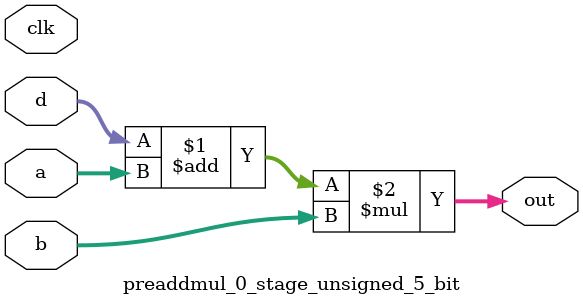
<source format=sv>
(* use_dsp = "yes" *) module preaddmul_0_stage_unsigned_5_bit(
	input  [4:0] a,
	input  [4:0] b,
	input  [4:0] d,
	output [4:0] out,
	input clk);

	assign out = (d + a) * b;
endmodule

</source>
